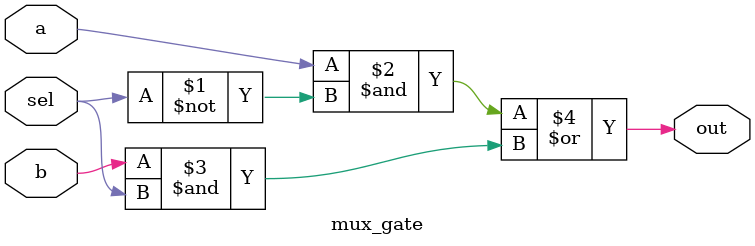
<source format=v>
module mux_gate(
    input  a,
    input  b,
    input  sel,
    output out
);
    assign out = (a & ~sel) | (b & sel);
endmodule
</source>
